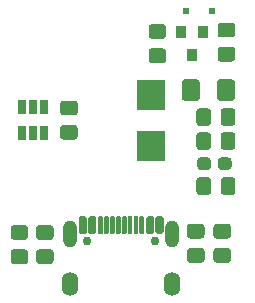
<source format=gbr>
%TF.GenerationSoftware,KiCad,Pcbnew,(5.1.6)-1*%
%TF.CreationDate,2021-03-12T01:35:39-08:00*%
%TF.ProjectId,WML-C43,574d4c2d-4334-4332-9e6b-696361645f70,rev?*%
%TF.SameCoordinates,Original*%
%TF.FileFunction,Soldermask,Bot*%
%TF.FilePolarity,Negative*%
%FSLAX46Y46*%
G04 Gerber Fmt 4.6, Leading zero omitted, Abs format (unit mm)*
G04 Created by KiCad (PCBNEW (5.1.6)-1) date 2021-03-12 01:35:39*
%MOMM*%
%LPD*%
G01*
G04 APERTURE LIST*
%ADD10R,0.600000X0.600000*%
%ADD11R,0.900000X1.000000*%
%ADD12R,0.750000X1.160000*%
%ADD13R,2.400000X2.600000*%
%ADD14O,1.200000X2.300000*%
%ADD15O,1.400000X2.000000*%
%ADD16C,0.750000*%
G04 APERTURE END LIST*
D10*
%TO.C,D2*%
X167724000Y-35560000D03*
X165524000Y-35560000D03*
%TD*%
D11*
%TO.C,U2*%
X165989000Y-39354000D03*
X166939000Y-37354000D03*
X165039000Y-37354000D03*
%TD*%
D12*
%TO.C,U1*%
X152527000Y-45931000D03*
X151577000Y-45931000D03*
X153477000Y-45931000D03*
X153477000Y-43731000D03*
X152527000Y-43731000D03*
X151577000Y-43731000D03*
%TD*%
%TO.C,R3*%
G36*
G01*
X150905738Y-55772000D02*
X151862262Y-55772000D01*
G75*
G02*
X152134000Y-56043738I0J-271738D01*
G01*
X152134000Y-56750262D01*
G75*
G02*
X151862262Y-57022000I-271738J0D01*
G01*
X150905738Y-57022000D01*
G75*
G02*
X150634000Y-56750262I0J271738D01*
G01*
X150634000Y-56043738D01*
G75*
G02*
X150905738Y-55772000I271738J0D01*
G01*
G37*
G36*
G01*
X150905738Y-53722000D02*
X151862262Y-53722000D01*
G75*
G02*
X152134000Y-53993738I0J-271738D01*
G01*
X152134000Y-54700262D01*
G75*
G02*
X151862262Y-54972000I-271738J0D01*
G01*
X150905738Y-54972000D01*
G75*
G02*
X150634000Y-54700262I0J271738D01*
G01*
X150634000Y-53993738D01*
G75*
G02*
X150905738Y-53722000I271738J0D01*
G01*
G37*
%TD*%
%TO.C,R2*%
G36*
G01*
X153064738Y-55772000D02*
X154021262Y-55772000D01*
G75*
G02*
X154293000Y-56043738I0J-271738D01*
G01*
X154293000Y-56750262D01*
G75*
G02*
X154021262Y-57022000I-271738J0D01*
G01*
X153064738Y-57022000D01*
G75*
G02*
X152793000Y-56750262I0J271738D01*
G01*
X152793000Y-56043738D01*
G75*
G02*
X153064738Y-55772000I271738J0D01*
G01*
G37*
G36*
G01*
X153064738Y-53722000D02*
X154021262Y-53722000D01*
G75*
G02*
X154293000Y-53993738I0J-271738D01*
G01*
X154293000Y-54700262D01*
G75*
G02*
X154021262Y-54972000I-271738J0D01*
G01*
X153064738Y-54972000D01*
G75*
G02*
X152793000Y-54700262I0J271738D01*
G01*
X152793000Y-53993738D01*
G75*
G02*
X153064738Y-53722000I271738J0D01*
G01*
G37*
%TD*%
%TO.C,F1*%
G36*
G01*
X168111000Y-42948456D02*
X168111000Y-41633544D01*
G75*
G02*
X168378544Y-41366000I267544J0D01*
G01*
X169368456Y-41366000D01*
G75*
G02*
X169636000Y-41633544I0J-267544D01*
G01*
X169636000Y-42948456D01*
G75*
G02*
X169368456Y-43216000I-267544J0D01*
G01*
X168378544Y-43216000D01*
G75*
G02*
X168111000Y-42948456I0J267544D01*
G01*
G37*
G36*
G01*
X165136000Y-42948456D02*
X165136000Y-41633544D01*
G75*
G02*
X165403544Y-41366000I267544J0D01*
G01*
X166393456Y-41366000D01*
G75*
G02*
X166661000Y-41633544I0J-267544D01*
G01*
X166661000Y-42948456D01*
G75*
G02*
X166393456Y-43216000I-267544J0D01*
G01*
X165403544Y-43216000D01*
G75*
G02*
X165136000Y-42948456I0J267544D01*
G01*
G37*
%TD*%
D13*
%TO.C,D1*%
X162560000Y-46981000D03*
X162560000Y-42681000D03*
%TD*%
%TO.C,C4*%
G36*
G01*
X168431738Y-38627000D02*
X169388262Y-38627000D01*
G75*
G02*
X169660000Y-38898738I0J-271738D01*
G01*
X169660000Y-39605262D01*
G75*
G02*
X169388262Y-39877000I-271738J0D01*
G01*
X168431738Y-39877000D01*
G75*
G02*
X168160000Y-39605262I0J271738D01*
G01*
X168160000Y-38898738D01*
G75*
G02*
X168431738Y-38627000I271738J0D01*
G01*
G37*
G36*
G01*
X168431738Y-36577000D02*
X169388262Y-36577000D01*
G75*
G02*
X169660000Y-36848738I0J-271738D01*
G01*
X169660000Y-37555262D01*
G75*
G02*
X169388262Y-37827000I-271738J0D01*
G01*
X168431738Y-37827000D01*
G75*
G02*
X168160000Y-37555262I0J271738D01*
G01*
X168160000Y-36848738D01*
G75*
G02*
X168431738Y-36577000I271738J0D01*
G01*
G37*
%TD*%
%TO.C,C3*%
G36*
G01*
X155096738Y-45231000D02*
X156053262Y-45231000D01*
G75*
G02*
X156325000Y-45502738I0J-271738D01*
G01*
X156325000Y-46209262D01*
G75*
G02*
X156053262Y-46481000I-271738J0D01*
G01*
X155096738Y-46481000D01*
G75*
G02*
X154825000Y-46209262I0J271738D01*
G01*
X154825000Y-45502738D01*
G75*
G02*
X155096738Y-45231000I271738J0D01*
G01*
G37*
G36*
G01*
X155096738Y-43181000D02*
X156053262Y-43181000D01*
G75*
G02*
X156325000Y-43452738I0J-271738D01*
G01*
X156325000Y-44159262D01*
G75*
G02*
X156053262Y-44431000I-271738J0D01*
G01*
X155096738Y-44431000D01*
G75*
G02*
X154825000Y-44159262I0J271738D01*
G01*
X154825000Y-43452738D01*
G75*
G02*
X155096738Y-43181000I271738J0D01*
G01*
G37*
%TD*%
%TO.C,C2*%
G36*
G01*
X163546262Y-37954000D02*
X162589738Y-37954000D01*
G75*
G02*
X162318000Y-37682262I0J271738D01*
G01*
X162318000Y-36975738D01*
G75*
G02*
X162589738Y-36704000I271738J0D01*
G01*
X163546262Y-36704000D01*
G75*
G02*
X163818000Y-36975738I0J-271738D01*
G01*
X163818000Y-37682262D01*
G75*
G02*
X163546262Y-37954000I-271738J0D01*
G01*
G37*
G36*
G01*
X163546262Y-40004000D02*
X162589738Y-40004000D01*
G75*
G02*
X162318000Y-39732262I0J271738D01*
G01*
X162318000Y-39025738D01*
G75*
G02*
X162589738Y-38754000I271738J0D01*
G01*
X163546262Y-38754000D01*
G75*
G02*
X163818000Y-39025738I0J-271738D01*
G01*
X163818000Y-39732262D01*
G75*
G02*
X163546262Y-40004000I-271738J0D01*
G01*
G37*
%TD*%
%TO.C,C1*%
G36*
G01*
X166788262Y-54855000D02*
X165831738Y-54855000D01*
G75*
G02*
X165560000Y-54583262I0J271738D01*
G01*
X165560000Y-53876738D01*
G75*
G02*
X165831738Y-53605000I271738J0D01*
G01*
X166788262Y-53605000D01*
G75*
G02*
X167060000Y-53876738I0J-271738D01*
G01*
X167060000Y-54583262D01*
G75*
G02*
X166788262Y-54855000I-271738J0D01*
G01*
G37*
G36*
G01*
X166788262Y-56905000D02*
X165831738Y-56905000D01*
G75*
G02*
X165560000Y-56633262I0J271738D01*
G01*
X165560000Y-55926738D01*
G75*
G02*
X165831738Y-55655000I271738J0D01*
G01*
X166788262Y-55655000D01*
G75*
G02*
X167060000Y-55926738I0J-271738D01*
G01*
X167060000Y-56633262D01*
G75*
G02*
X166788262Y-56905000I-271738J0D01*
G01*
G37*
%TD*%
%TO.C,R1*%
G36*
G01*
X169038262Y-54855000D02*
X168081738Y-54855000D01*
G75*
G02*
X167810000Y-54583262I0J271738D01*
G01*
X167810000Y-53876738D01*
G75*
G02*
X168081738Y-53605000I271738J0D01*
G01*
X169038262Y-53605000D01*
G75*
G02*
X169310000Y-53876738I0J-271738D01*
G01*
X169310000Y-54583262D01*
G75*
G02*
X169038262Y-54855000I-271738J0D01*
G01*
G37*
G36*
G01*
X169038262Y-56905000D02*
X168081738Y-56905000D01*
G75*
G02*
X167810000Y-56633262I0J271738D01*
G01*
X167810000Y-55926738D01*
G75*
G02*
X168081738Y-55655000I271738J0D01*
G01*
X169038262Y-55655000D01*
G75*
G02*
X169310000Y-55926738I0J-271738D01*
G01*
X169310000Y-56633262D01*
G75*
G02*
X169038262Y-56905000I-271738J0D01*
G01*
G37*
%TD*%
D14*
%TO.C,J1*%
X155700000Y-54500000D03*
D15*
X155700000Y-58700000D03*
D16*
X157110000Y-55051000D03*
X162890000Y-55051000D03*
D15*
X164300000Y-58700000D03*
G36*
G01*
X163600000Y-53125000D02*
X163600000Y-54325000D01*
G75*
G02*
X163425000Y-54500000I-175000J0D01*
G01*
X163075000Y-54500000D01*
G75*
G02*
X162900000Y-54325000I0J175000D01*
G01*
X162900000Y-53125000D01*
G75*
G02*
X163075000Y-52950000I175000J0D01*
G01*
X163425000Y-52950000D01*
G75*
G02*
X163600000Y-53125000I0J-175000D01*
G01*
G37*
G36*
G01*
X161950000Y-53050000D02*
X161950000Y-54400000D01*
G75*
G02*
X161850000Y-54500000I-100000J0D01*
G01*
X161650000Y-54500000D01*
G75*
G02*
X161550000Y-54400000I0J100000D01*
G01*
X161550000Y-53050000D01*
G75*
G02*
X161650000Y-52950000I100000J0D01*
G01*
X161850000Y-52950000D01*
G75*
G02*
X161950000Y-53050000I0J-100000D01*
G01*
G37*
G36*
G01*
X161450000Y-53050000D02*
X161450000Y-54400000D01*
G75*
G02*
X161350000Y-54500000I-100000J0D01*
G01*
X161150000Y-54500000D01*
G75*
G02*
X161050000Y-54400000I0J100000D01*
G01*
X161050000Y-53050000D01*
G75*
G02*
X161150000Y-52950000I100000J0D01*
G01*
X161350000Y-52950000D01*
G75*
G02*
X161450000Y-53050000I0J-100000D01*
G01*
G37*
G36*
G01*
X160950000Y-53050000D02*
X160950000Y-54400000D01*
G75*
G02*
X160850000Y-54500000I-100000J0D01*
G01*
X160650000Y-54500000D01*
G75*
G02*
X160550000Y-54400000I0J100000D01*
G01*
X160550000Y-53050000D01*
G75*
G02*
X160650000Y-52950000I100000J0D01*
G01*
X160850000Y-52950000D01*
G75*
G02*
X160950000Y-53050000I0J-100000D01*
G01*
G37*
G36*
G01*
X160454000Y-53050000D02*
X160454000Y-54400000D01*
G75*
G02*
X160354000Y-54500000I-100000J0D01*
G01*
X160154000Y-54500000D01*
G75*
G02*
X160054000Y-54400000I0J100000D01*
G01*
X160054000Y-53050000D01*
G75*
G02*
X160154000Y-52950000I100000J0D01*
G01*
X160354000Y-52950000D01*
G75*
G02*
X160454000Y-53050000I0J-100000D01*
G01*
G37*
G36*
G01*
X158450000Y-53050000D02*
X158450000Y-54400000D01*
G75*
G02*
X158350000Y-54500000I-100000J0D01*
G01*
X158150000Y-54500000D01*
G75*
G02*
X158050000Y-54400000I0J100000D01*
G01*
X158050000Y-53050000D01*
G75*
G02*
X158150000Y-52950000I100000J0D01*
G01*
X158350000Y-52950000D01*
G75*
G02*
X158450000Y-53050000I0J-100000D01*
G01*
G37*
G36*
G01*
X158950000Y-53050000D02*
X158950000Y-54400000D01*
G75*
G02*
X158850000Y-54500000I-100000J0D01*
G01*
X158650000Y-54500000D01*
G75*
G02*
X158550000Y-54400000I0J100000D01*
G01*
X158550000Y-53050000D01*
G75*
G02*
X158650000Y-52950000I100000J0D01*
G01*
X158850000Y-52950000D01*
G75*
G02*
X158950000Y-53050000I0J-100000D01*
G01*
G37*
G36*
G01*
X159450000Y-53050000D02*
X159450000Y-54400000D01*
G75*
G02*
X159350000Y-54500000I-100000J0D01*
G01*
X159150000Y-54500000D01*
G75*
G02*
X159050000Y-54400000I0J100000D01*
G01*
X159050000Y-53050000D01*
G75*
G02*
X159150000Y-52950000I100000J0D01*
G01*
X159350000Y-52950000D01*
G75*
G02*
X159450000Y-53050000I0J-100000D01*
G01*
G37*
G36*
G01*
X159950000Y-53050000D02*
X159950000Y-54400000D01*
G75*
G02*
X159850000Y-54500000I-100000J0D01*
G01*
X159650000Y-54500000D01*
G75*
G02*
X159550000Y-54400000I0J100000D01*
G01*
X159550000Y-53050000D01*
G75*
G02*
X159650000Y-52950000I100000J0D01*
G01*
X159850000Y-52950000D01*
G75*
G02*
X159950000Y-53050000I0J-100000D01*
G01*
G37*
D14*
X164300000Y-54500000D03*
G36*
G01*
X162800000Y-53125000D02*
X162800000Y-54325000D01*
G75*
G02*
X162625000Y-54500000I-175000J0D01*
G01*
X162275000Y-54500000D01*
G75*
G02*
X162100000Y-54325000I0J175000D01*
G01*
X162100000Y-53125000D01*
G75*
G02*
X162275000Y-52950000I175000J0D01*
G01*
X162625000Y-52950000D01*
G75*
G02*
X162800000Y-53125000I0J-175000D01*
G01*
G37*
G36*
G01*
X157100000Y-53125000D02*
X157100000Y-54325000D01*
G75*
G02*
X156925000Y-54500000I-175000J0D01*
G01*
X156575000Y-54500000D01*
G75*
G02*
X156400000Y-54325000I0J175000D01*
G01*
X156400000Y-53125000D01*
G75*
G02*
X156575000Y-52950000I175000J0D01*
G01*
X156925000Y-52950000D01*
G75*
G02*
X157100000Y-53125000I0J-175000D01*
G01*
G37*
G36*
G01*
X157900000Y-53125000D02*
X157900000Y-54325000D01*
G75*
G02*
X157725000Y-54500000I-175000J0D01*
G01*
X157375000Y-54500000D01*
G75*
G02*
X157200000Y-54325000I0J175000D01*
G01*
X157200000Y-53125000D01*
G75*
G02*
X157375000Y-52950000I175000J0D01*
G01*
X157725000Y-52950000D01*
G75*
G02*
X157900000Y-53125000I0J-175000D01*
G01*
G37*
%TD*%
%TO.C,C6*%
G36*
G01*
X168421000Y-47087262D02*
X168421000Y-46130738D01*
G75*
G02*
X168692738Y-45859000I271738J0D01*
G01*
X169399262Y-45859000D01*
G75*
G02*
X169671000Y-46130738I0J-271738D01*
G01*
X169671000Y-47087262D01*
G75*
G02*
X169399262Y-47359000I-271738J0D01*
G01*
X168692738Y-47359000D01*
G75*
G02*
X168421000Y-47087262I0J271738D01*
G01*
G37*
G36*
G01*
X166371000Y-47087262D02*
X166371000Y-46130738D01*
G75*
G02*
X166642738Y-45859000I271738J0D01*
G01*
X167349262Y-45859000D01*
G75*
G02*
X167621000Y-46130738I0J-271738D01*
G01*
X167621000Y-47087262D01*
G75*
G02*
X167349262Y-47359000I-271738J0D01*
G01*
X166642738Y-47359000D01*
G75*
G02*
X166371000Y-47087262I0J271738D01*
G01*
G37*
%TD*%
%TO.C,C7*%
G36*
G01*
X168421000Y-45055262D02*
X168421000Y-44098738D01*
G75*
G02*
X168692738Y-43827000I271738J0D01*
G01*
X169399262Y-43827000D01*
G75*
G02*
X169671000Y-44098738I0J-271738D01*
G01*
X169671000Y-45055262D01*
G75*
G02*
X169399262Y-45327000I-271738J0D01*
G01*
X168692738Y-45327000D01*
G75*
G02*
X168421000Y-45055262I0J271738D01*
G01*
G37*
G36*
G01*
X166371000Y-45055262D02*
X166371000Y-44098738D01*
G75*
G02*
X166642738Y-43827000I271738J0D01*
G01*
X167349262Y-43827000D01*
G75*
G02*
X167621000Y-44098738I0J-271738D01*
G01*
X167621000Y-45055262D01*
G75*
G02*
X167349262Y-45327000I-271738J0D01*
G01*
X166642738Y-45327000D01*
G75*
G02*
X166371000Y-45055262I0J271738D01*
G01*
G37*
%TD*%
%TO.C,C5*%
G36*
G01*
X168430000Y-50897262D02*
X168430000Y-49940738D01*
G75*
G02*
X168701738Y-49669000I271738J0D01*
G01*
X169408262Y-49669000D01*
G75*
G02*
X169680000Y-49940738I0J-271738D01*
G01*
X169680000Y-50897262D01*
G75*
G02*
X169408262Y-51169000I-271738J0D01*
G01*
X168701738Y-51169000D01*
G75*
G02*
X168430000Y-50897262I0J271738D01*
G01*
G37*
G36*
G01*
X166380000Y-50897262D02*
X166380000Y-49940738D01*
G75*
G02*
X166651738Y-49669000I271738J0D01*
G01*
X167358262Y-49669000D01*
G75*
G02*
X167630000Y-49940738I0J-271738D01*
G01*
X167630000Y-50897262D01*
G75*
G02*
X167358262Y-51169000I-271738J0D01*
G01*
X166651738Y-51169000D01*
G75*
G02*
X166380000Y-50897262I0J271738D01*
G01*
G37*
%TD*%
%TO.C,FB1*%
G36*
G01*
X169344000Y-48251500D02*
X169344000Y-48776500D01*
G75*
G02*
X169081500Y-49039000I-262500J0D01*
G01*
X168456500Y-49039000D01*
G75*
G02*
X168194000Y-48776500I0J262500D01*
G01*
X168194000Y-48251500D01*
G75*
G02*
X168456500Y-47989000I262500J0D01*
G01*
X169081500Y-47989000D01*
G75*
G02*
X169344000Y-48251500I0J-262500D01*
G01*
G37*
G36*
G01*
X167594000Y-48251500D02*
X167594000Y-48776500D01*
G75*
G02*
X167331500Y-49039000I-262500J0D01*
G01*
X166706500Y-49039000D01*
G75*
G02*
X166444000Y-48776500I0J262500D01*
G01*
X166444000Y-48251500D01*
G75*
G02*
X166706500Y-47989000I262500J0D01*
G01*
X167331500Y-47989000D01*
G75*
G02*
X167594000Y-48251500I0J-262500D01*
G01*
G37*
%TD*%
M02*

</source>
